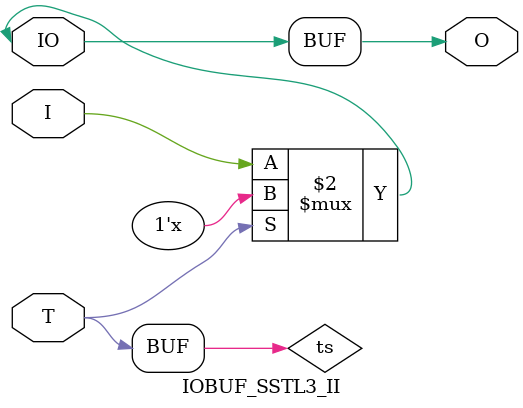
<source format=v>

/*

FUNCTION	: INPUT TRI-STATE OUTPUT BUFFER

*/

`celldefine
`timescale  100 ps / 10 ps

module IOBUF_SSTL3_II (O, IO, I, T);

    output O;

    inout  IO;

    input  I, T;

    or O1 (ts, 1'b0, T);
    bufif0 T1 (IO, I, ts);

    buf B1 (O, IO);

endmodule

</source>
